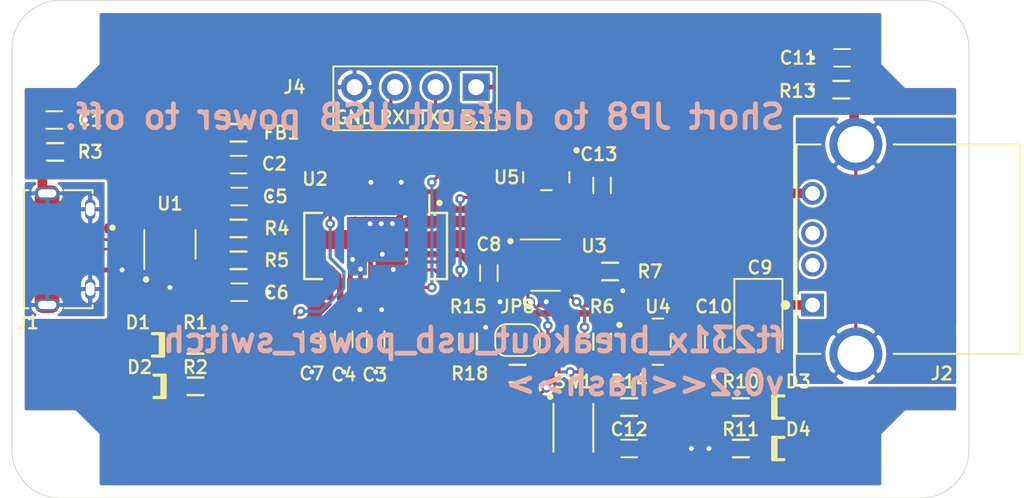
<source format=kicad_pcb>
(kicad_pcb (version 20171130) (host pcbnew 5.1.9-73d0e3b20d~88~ubuntu18.04.1)
  (title_block (title "ft231x breakout usb power switch") (date 2021-03-01) (rev 0.20))
  (layers (0 F.Cu signal) (31 B.Cu signal) (34 B.Paste user) (35 F.Paste user) (36 B.SilkS user hide) (37 F.SilkS user) (38 B.Mask user) (39 F.Mask user) (44 Edge.Cuts user))
  (net 0 "")
  (net 1 "Net-(C1-Pad1)")
  (net 2 GND)
  (net 3 "Net-(C5-Pad1)")
  (net 4 "Net-(C6-Pad1)")
  (net 5 +3V3)
  (net 6 "Net-(J2-Pad3)")
  (net 7 "Net-(J2-Pad2)")
  (net 8 "Net-(C9-Pad1)")
  (net 9 "Net-(R4-Pad1)")
  (net 10 "Net-(R5-Pad1)")
  (net 11 "Net-(R7-Pad1)")
  (net 12 /TXD)
  (net 13 /GPO)
  (net 14 /RXLED)
  (net 15 /TXLED)
  (net 16 /RXD)
  (net 17 "Net-(J1-Pad4)")
  (net 18 "Net-(D1-Pad1)")
  (net 19 "Net-(D2-Pad1)")
  (net 20 "Net-(D3-Pad1)")
  (net 21 "Net-(D4-Pad1)")
  (net 22 "Net-(D4-Pad2)")
  (net 23 /FAULT)
  (net 24 "Net-(U4-Pad1)")
  (net 25 "Net-(C11-Pad1)")
  (net 26 "Net-(R14-Pad1)")
  (net 27 /EN)
  (net 28 /STXD)
  (net 29 "Net-(JP8-Pad2)")
  (net 30 "Net-(C2-Pad1)")
  (net 31 "Net-(C3-Pad1)")
  (net 32 "Net-(U2-Pad9)")
  (net 33 "Net-(U2-Pad8)")
  (net 34 "Net-(U2-Pad7)")
  (net 35 "Net-(U2-Pad5)")
  (net 36 "Net-(U2-Pad2)")
  (net 37 "Net-(U2-Pad1)")
  (module -Connector:PinHeader_1x04_P2.54mm_Vertical_Arduino (layer F.Cu) (at 139.1 74.84 270)
    (fp_text reference J4 (at 0 11.4) (layer F.SilkS) (effects (font (size 0.8 0.8))))
    (fp_text value Conn_01x04 hide)
    (fp_text user 3.3 (at 1.9 0 unlocked) (layer F.SilkS) (effects (font (size 0.8 0.8))))
    (fp_text user RXI (at 1.9 5.08 unlocked) (layer F.SilkS) (effects (font (size 0.8 0.8))))
    (fp_text user TXO (at 1.9 2.54 unlocked) (layer F.SilkS) (effects (font (size 0.8 0.8))))
    (fp_text user GND (at 1.9 7.62 unlocked) (layer F.SilkS) (effects (font (size 0.8 0.8))))
    (pad 4 thru_hole oval (at 0 7.62 270) (size 1.7 1.7) (drill 1) (layers *.Cu *.Mask) (net 2 GND))
    (pad 3 thru_hole oval (at 0 5.08 270) (size 1.7 1.7) (drill 1) (layers *.Cu *.Mask) (net 16 /RXD))
    (pad 2 thru_hole oval (at 0 2.54 270) (size 1.7 1.7) (drill 1) (layers *.Cu *.Mask) (net 28 /STXD))
    (pad 1 thru_hole rect (at 0 0 270) (size 1.7 1.7) (drill 1) (layers *.Cu *.Mask) (net 5 +3V3))
  )
  (module -Mechanical:Fiducial_1mm_Mask2mm (layer F.Cu) (at 168.1 90.1)
    (fp_text reference FID2 hide)
    (fp_text value Fiducial hide)
    (pad "" smd circle (at 0 0) (size 1 1) (layers F.Cu F.Mask) (clearance 0.5))
  )
  (module -Mechanical:Fiducial_1mm_Mask2mm (layer F.Cu) (at 115.6 75)
    (fp_text reference FID1 hide)
    (fp_text value Fiducial hide)
    (pad "" smd circle (at 0 0) (size 1 1) (layers F.Cu F.Mask) (clearance 0.5))
  )
  (module -Discrete:LED_0603_1608Metric (layer F.Cu) (at 118 93.6 180)
    (fp_text reference D2 (at 0 1.2 180) (layer F.SilkS) (effects (font (size 0.8 0.8))))
    (fp_text value LED hide)
    (pad 1 smd roundrect (at -0.7875 0 180) (size 0.875 0.95) (layers F.Cu F.Paste F.Mask) (net 19 "Net-(D2-Pad1)"))
    (pad 2 smd roundrect (at 0.7875 0 180) (size 0.875 0.95) (layers F.Cu F.Paste F.Mask) (net 5 +3V3))
  )
  (module -Discrete:LED_0603_1608Metric (layer F.Cu) (at 117.9 91 180)
    (fp_text reference D1 (at 0 1.4 180) (layer F.SilkS) (effects (font (size 0.8 0.8))))
    (fp_text value LED hide)
    (pad 1 smd roundrect (at -0.7875 0 180) (size 0.875 0.95) (layers F.Cu F.Paste F.Mask) (net 18 "Net-(D1-Pad1)"))
    (pad 2 smd roundrect (at 0.7875 0 180) (size 0.875 0.95) (layers F.Cu F.Paste F.Mask) (net 5 +3V3))
  )
  (module -Discrete:LED_0603_1608Metric (layer F.Cu) (at 159.3 94.9)
    (fp_text reference D3 (at 0 -1.6) (layer F.SilkS) (effects (font (size 0.8 0.8))))
    (fp_text value LED hide)
    (pad 1 smd roundrect (at -0.7875 0) (size 0.875 0.95) (layers F.Cu F.Paste F.Mask) (net 20 "Net-(D3-Pad1)"))
    (pad 2 smd roundrect (at 0.7875 0) (size 0.875 0.95) (layers F.Cu F.Paste F.Mask) (net 27 /EN))
  )
  (module -Discrete:LED_0603_1608Metric (layer F.Cu) (at 159.3 97.5)
    (fp_text reference D4 (at 0 -1.2) (layer F.SilkS) (effects (font (size 0.8 0.8))))
    (fp_text value LED hide)
    (pad 1 smd roundrect (at -0.7875 0) (size 0.875 0.95) (layers F.Cu F.Paste F.Mask) (net 21 "Net-(D4-Pad1)"))
    (pad 2 smd roundrect (at 0.7875 0) (size 0.875 0.95) (layers F.Cu F.Paste F.Mask) (net 22 "Net-(D4-Pad2)"))
  )
  (module -Passive:R_0603 (layer F.Cu) (at 141.7 92.8)
    (fp_text reference R18 (at -3 0) (layer F.SilkS) (effects (font (size 0.8 0.8))))
    (fp_text value 1k)
    (pad 1 smd rect (at -0.8 0) (size 0.8 0.9) (layers F.Cu F.Paste F.Mask) (net 27 /EN))
    (pad 2 smd rect (at 0.8 0) (size 0.8 0.9) (layers F.Cu F.Paste F.Mask) (net 13 /GPO))
  )
  (module -Chip:SSOP-20_3.9x8.7mm_P0.635mm (layer F.Cu) (at 132.8 84.8 270)
    (fp_text reference U2 (at -4.2 3.8 180) (layer F.SilkS) (effects (font (size 0.8 0.8))))
    (fp_text value FT231XS)
    (pad 20 smd rect (at 2.7 -2.8575 270) (size 1.4 0.4) (layers F.Cu F.Paste F.Mask) (net 12 /TXD))
    (pad 19 smd rect (at 2.7 -2.2225 270) (size 1.4 0.4) (layers F.Cu F.Paste F.Mask) (net 23 /FAULT))
    (pad 18 smd rect (at 2.7 -1.5875 270) (size 1.4 0.4) (layers F.Cu F.Paste F.Mask) (net 13 /GPO))
    (pad 17 smd rect (at 2.7 -0.9525 270) (size 1.4 0.4) (layers F.Cu F.Paste F.Mask) (net 14 /RXLED))
    (pad 16 smd rect (at 2.7 -0.3175 270) (size 1.4 0.4) (layers F.Cu F.Paste F.Mask) (net 2 GND))
    (pad 15 smd rect (at 2.7 0.3175 270) (size 1.4 0.4) (layers F.Cu F.Paste F.Mask) (net 31 "Net-(C3-Pad1)"))
    (pad 14 smd rect (at 2.7 0.9525 270) (size 1.4 0.4) (layers F.Cu F.Paste F.Mask) (net 5 +3V3))
    (pad 13 smd rect (at 2.7 1.5875 270) (size 1.4 0.4) (layers F.Cu F.Paste F.Mask) (net 5 +3V3))
    (pad 12 smd rect (at 2.7 2.2225 270) (size 1.4 0.4) (layers F.Cu F.Paste F.Mask) (net 9 "Net-(R4-Pad1)"))
    (pad 11 smd rect (at 2.7 2.8575 270) (size 1.4 0.4) (layers F.Cu F.Paste F.Mask) (net 10 "Net-(R5-Pad1)"))
    (pad 10 smd rect (at -2.7 2.8575 270) (size 1.4 0.4) (layers F.Cu F.Paste F.Mask) (net 15 /TXLED))
    (pad 9 smd rect (at -2.7 2.2225 270) (size 1.4 0.4) (layers F.Cu F.Paste F.Mask) (net 32 "Net-(U2-Pad9)"))
    (pad 8 smd rect (at -2.7 1.5875 270) (size 1.4 0.4) (layers F.Cu F.Paste F.Mask) (net 33 "Net-(U2-Pad8)"))
    (pad 7 smd rect (at -2.7 0.9525 270) (size 1.4 0.4) (layers F.Cu F.Paste F.Mask) (net 34 "Net-(U2-Pad7)"))
    (pad 6 smd rect (at -2.7 0.3175 270) (size 1.4 0.4) (layers F.Cu F.Paste F.Mask) (net 2 GND))
    (pad 5 smd rect (at -2.7 -0.3175 270) (size 1.4 0.4) (layers F.Cu F.Paste F.Mask) (net 35 "Net-(U2-Pad5)"))
    (pad 4 smd rect (at -2.7 -0.9525 270) (size 1.4 0.4) (layers F.Cu F.Paste F.Mask) (net 16 /RXD))
    (pad 3 smd rect (at -2.7 -1.5875 270) (size 1.4 0.4) (layers F.Cu F.Paste F.Mask) (net 5 +3V3))
    (pad 2 smd rect (at -2.7 -2.2225 270) (size 1.4 0.4) (layers F.Cu F.Paste F.Mask) (net 36 "Net-(U2-Pad2)"))
    (pad 1 smd rect (at -2.7 -2.8575 270) (size 1.4 0.4) (layers F.Cu F.Paste F.Mask) (net 37 "Net-(U2-Pad1)"))
  )
  (module -Chip:SOT-23-6 (layer F.Cu) (at 143.45 86)
    (fp_text reference U3 (at 3.05 -1.2) (layer F.SilkS) (effects (font (size 0.8 0.8))))
    (fp_text value TPS2553DBVR hide)
    (pad 5 smd rect (at 1.255 0) (size 1.21 0.59) (layers F.Cu F.Paste F.Mask) (net 11 "Net-(R7-Pad1)"))
    (pad 6 smd rect (at 1.255 -0.95) (size 1.21 0.59) (layers F.Cu F.Paste F.Mask) (net 8 "Net-(C9-Pad1)"))
    (pad 4 smd rect (at 1.255 0.95) (size 1.21 0.59) (layers F.Cu F.Paste F.Mask) (net 23 /FAULT))
    (pad 3 smd rect (at -1.255 0.95) (size 1.21 0.59) (layers F.Cu F.Paste F.Mask) (net 27 /EN))
    (pad 2 smd rect (at -1.255 0) (size 1.21 0.59) (layers F.Cu F.Paste F.Mask) (net 2 GND))
    (pad 1 smd rect (at -1.255 -0.95) (size 1.21 0.59) (layers F.Cu F.Paste F.Mask) (net 31 "Net-(C3-Pad1)"))
  )
  (module -Chip:SOT-23-6 (layer F.Cu) (at 119.9 84.7 90)
    (fp_text reference U1 (at 2.55 0) (layer F.SilkS) (effects (font (size 0.8 0.8))))
    (fp_text value SRV05-4 hide)
    (pad 5 smd rect (at 1.255 0 90) (size 1.21 0.59) (layers F.Cu F.Paste F.Mask) (net 30 "Net-(C2-Pad1)"))
    (pad 6 smd rect (at 1.255 -0.95 90) (size 1.21 0.59) (layers F.Cu F.Paste F.Mask) (net 3 "Net-(C5-Pad1)"))
    (pad 4 smd rect (at 1.255 0.95 90) (size 1.21 0.59) (layers F.Cu F.Paste F.Mask) (net 3 "Net-(C5-Pad1)"))
    (pad 3 smd rect (at -1.255 0.95 90) (size 1.21 0.59) (layers F.Cu F.Paste F.Mask) (net 4 "Net-(C6-Pad1)"))
    (pad 2 smd rect (at -1.255 0 90) (size 1.21 0.59) (layers F.Cu F.Paste F.Mask) (net 2 GND))
    (pad 1 smd rect (at -1.255 -0.95 90) (size 1.21 0.59) (layers F.Cu F.Paste F.Mask) (net 4 "Net-(C6-Pad1)"))
  )
  (module -Switch:B3U-1000P (layer F.Cu) (at 145.2 96.2 270)
    (fp_text reference SW1 (at -2.9 0 180) (layer F.SilkS) (effects (font (size 0.8 0.8))))
    (fp_text value B3U-1000P hide)
    (pad 2 smd rect (at 1.7 0 270) (size 0.8 1.7) (layers F.Cu F.Paste F.Mask) (net 2 GND))
    (pad 1 smd rect (at -1.7 0 270) (size 0.8 1.7) (layers F.Cu F.Paste F.Mask) (net 26 "Net-(R14-Pad1)"))
  )
  (module -Chip:SOT-23-5 (layer F.Cu) (at 143.5 80.5 270)
    (fp_text reference U5 (at -0.005 2.485 180) (layer F.SilkS) (effects (font (size 0.8 0.8))))
    (fp_text value NC7SZ66M5X hide)
    (pad 5 smd rect (at 1.255 -0.95 270) (size 1.21 0.59) (layers F.Cu F.Paste F.Mask) (net 5 +3V3))
    (pad 4 smd rect (at 1.255 0.95 270) (size 1.21 0.59) (layers F.Cu F.Paste F.Mask) (net 27 /EN))
    (pad 3 smd rect (at -1.255 0.95 270) (size 1.21 0.59) (layers F.Cu F.Paste F.Mask) (net 2 GND))
    (pad 2 smd rect (at -1.255 0 270) (size 1.21 0.59) (layers F.Cu F.Paste F.Mask) (net 12 /TXD))
    (pad 1 smd rect (at -1.255 -0.95 270) (size 1.21 0.59) (layers F.Cu F.Paste F.Mask) (net 28 /STXD))
  )
  (module -Passive:R_0603 (layer F.Cu) (at 138.6 90.8 270)
    (fp_text reference R15 (at -2.2 0 180) (layer F.SilkS) (effects (font (size 0.8 0.8))))
    (fp_text value 10k)
    (pad 1 smd rect (at -0.8 0 270) (size 0.8 0.9) (layers F.Cu F.Paste F.Mask) (net 2 GND))
    (pad 2 smd rect (at 0.8 0 270) (size 0.8 0.9) (layers F.Cu F.Paste F.Mask) (net 29 "Net-(JP8-Pad2)"))
  )
  (module -Jumper:SolderJumper-2_P1.3mm_Un-Bridged_RoundedPad1.0x1.5mm (layer F.Cu) (at 141.7 90.7 180)
    (fp_text reference JP8 (at 0 2.1) (layer F.SilkS) (effects (font (size 0.8 0.8))))
    (fp_text value SolderJumper_2_Bridged_Alt hide)
    (pad 1 smd custom (at -0.65 0 180) (size 1 0.5) (layers F.Cu F.Mask) (net 27 /EN) (options (clearance outline) (anchor rect)) (primitives (gr_circle (center 0 0.25) (end 0.5 0.25) (width 0)) (gr_circle (center 0 -0.25) (end 0.5 -0.25) (width 0)) (gr_poly (pts (xy 0 -0.75) (xy 0.5 -0.75) (xy 0.5 0.75) (xy 0 0.75)) (width 0))))
    (pad 2 smd custom (at 0.65 0 180) (size 1 0.5) (layers F.Cu F.Mask) (net 29 "Net-(JP8-Pad2)") (options (clearance outline) (anchor rect)) (primitives (gr_circle (center 0 0.25) (end 0.5 0.25) (width 0)) (gr_circle (center 0 -0.25) (end 0.5 -0.25) (width 0)) (gr_poly (pts (xy 0 -0.75) (xy -0.5 -0.75) (xy -0.5 0.75) (xy 0 0.75)) (width 0))))
  )
  (module -Passive:C_0603 (layer F.Cu) (at 147 81 90)
    (fp_text reference C13 (at 1.95 -0.2 180) (layer F.SilkS) (effects (font (size 0.8 0.8))))
    (fp_text value 0.1uF)
    (pad 1 smd rect (at -0.75 0 90) (size 0.7 0.9) (layers F.Cu F.Paste F.Mask) (net 5 +3V3))
    (pad 2 smd rect (at 0.75 0 90) (size 0.7 0.9) (layers F.Cu F.Paste F.Mask) (net 2 GND))
  )
  (module -Passive:R_0603 (layer F.Cu) (at 148.7 94.9)
    (fp_text reference R14 (at 0 -1.6) (layer F.SilkS) (effects (font (size 0.8 0.8))))
    (fp_text value 1k)
    (pad 1 smd rect (at -0.8 0) (size 0.8 0.9) (layers F.Cu F.Paste F.Mask) (net 26 "Net-(R14-Pad1)"))
    (pad 2 smd rect (at 0.8 0) (size 0.8 0.9) (layers F.Cu F.Paste F.Mask) (net 27 /EN))
  )
  (module -Passive:C_0603 (layer F.Cu) (at 148.7 97.5 180)
    (fp_text reference C12 (at 0 1.2) (layer F.SilkS) (effects (font (size 0.8 0.8))))
    (fp_text value 0.1uF)
    (pad 1 smd rect (at -0.75 0 180) (size 0.7 0.9) (layers F.Cu F.Paste F.Mask) (net 27 /EN))
    (pad 2 smd rect (at 0.75 0 180) (size 0.7 0.9) (layers F.Cu F.Paste F.Mask) (net 2 GND))
  )
  (module -Chip:SOT-23-5 (layer F.Cu) (at 150.5 90.8)
    (fp_text reference U4 (at 0 -2.2) (layer F.SilkS) (effects (font (size 0.8 0.8))))
    (fp_text value SN74LVC1G04DBVR hide)
    (pad 5 smd rect (at 1.255 -0.95) (size 1.21 0.59) (layers F.Cu F.Paste F.Mask) (net 5 +3V3))
    (pad 4 smd rect (at 1.255 0.95) (size 1.21 0.59) (layers F.Cu F.Paste F.Mask) (net 22 "Net-(D4-Pad2)"))
    (pad 3 smd rect (at -1.255 0.95) (size 1.21 0.59) (layers F.Cu F.Paste F.Mask) (net 2 GND))
    (pad 2 smd rect (at -1.255 0) (size 1.21 0.59) (layers F.Cu F.Paste F.Mask) (net 23 /FAULT))
    (pad 1 smd rect (at -1.255 -0.95) (size 1.21 0.59) (layers F.Cu F.Paste F.Mask) (net 24 "Net-(U4-Pad1)"))
  )
  (module -Passive:R_0603 (layer F.Cu) (at 162 75)
    (fp_text reference R13 (at -2.75 0.085) (layer F.SilkS) (effects (font (size 0.8 0.8))))
    (fp_text value 10k)
    (pad 1 smd rect (at -0.8 0) (size 0.8 0.9) (layers F.Cu F.Paste F.Mask) (net 2 GND))
    (pad 2 smd rect (at 0.8 0) (size 0.8 0.9) (layers F.Cu F.Paste F.Mask) (net 25 "Net-(C11-Pad1)"))
  )
  (module -Passive:C_0603 (layer F.Cu) (at 162.05 73 180)
    (fp_text reference C11 (at 2.75 0) (layer F.SilkS) (effects (font (size 0.8 0.8))))
    (fp_text value 0.1uF)
    (pad 1 smd rect (at -0.75 0 180) (size 0.7 0.9) (layers F.Cu F.Paste F.Mask) (net 25 "Net-(C11-Pad1)"))
    (pad 2 smd rect (at 0.75 0 180) (size 0.7 0.9) (layers F.Cu F.Paste F.Mask) (net 2 GND))
  )
  (module -Passive:C_0603 (layer F.Cu) (at 154 90.75 270)
    (fp_text reference C10 (at -2.15 0 180) (layer F.SilkS) (effects (font (size 0.8 0.8))))
    (fp_text value 0.1uF)
    (pad 1 smd rect (at -0.75 0 270) (size 0.7 0.9) (layers F.Cu F.Paste F.Mask) (net 5 +3V3))
    (pad 2 smd rect (at 0.75 0 270) (size 0.7 0.9) (layers F.Cu F.Paste F.Mask) (net 2 GND))
  )
  (module -Connector:AMPHENOL_10118194-0001LF (layer F.Cu) (at 112.2 85 270)
    (fp_text reference J1 (at 4.6 1.2 180) (layer F.SilkS) (effects (font (size 0.8 0.8))))
    (fp_text value USB_B_Micro_ALT hide)
    (fp_poly (pts (xy -2.3 -0.78) (xy -2.3 0.775) (xy -3.4975 0.775) (xy -3.4975 0.575) (xy -3.485731 0.574662) (xy -3.472748 0.57364) (xy -3.459836 0.571941) (xy -3.447031 0.569567) (xy -3.434368 0.566527) (xy -3.421881 0.562828) (xy -3.409605 0.558481) (xy -3.397573 0.553497) (xy -3.385818 0.547891) (xy -3.374373 0.541677) (xy -3.363269 0.534872) (xy -3.352537 0.527496) (xy -3.342205 0.519567) (xy -3.332302 0.51111) (xy -3.322855 0.502145) (xy -3.31389 0.492698) (xy -3.305433 0.482795) (xy -3.297504 0.472463) (xy -3.290128 0.461731) (xy -3.283323 0.450627) (xy -3.277109 0.439182) (xy -3.271503 0.427427) (xy -3.266519 0.415395) (xy -3.262172 0.403119) (xy -3.258473 0.390632) (xy -3.255433 0.377969) (xy -3.253059 0.365164) (xy -3.25136 0.352252) (xy -3.250338 0.339269) (xy -3.25 0.325) (xy -3.25 0.315) (xy -3.25 -0.315) (xy -3.25 -0.325) (xy -3.250343 -0.338084) (xy -3.25137 -0.351132) (xy -3.253078 -0.364109) (xy -3.255463 -0.376978) (xy -3.258519 -0.389705) (xy -3.262236 -0.402254) (xy -3.266605 -0.414592) (xy -3.271614 -0.426684) (xy -3.277248 -0.438498) (xy -3.283494 -0.45) (xy -3.290332 -0.46116) (xy -3.297746 -0.471946) (xy -3.305714 -0.48233) (xy -3.314214 -0.492283) (xy -3.323223 -0.501777) (xy -3.332717 -0.510786) (xy -3.34267 -0.519286) (xy -3.353054 -0.527254) (xy -3.36384 -0.534668) (xy -3.375 -0.541506) (xy -3.386502 -0.547752) (xy -3.398316 -0.553386) (xy -3.410408 -0.558395) (xy -3.422746 -0.562764) (xy -3.435295 -0.566481) (xy -3.448022 -0.569537) (xy -3.460891 -0.571922) (xy -3.473868 -0.57363) (xy -3.486916 -0.574657) (xy -3.5 -0.575) (xy -3.513084 -0.574657) (xy -3.526132 -0.57363) (xy -3.539109 -0.571922) (xy -3.551978 -0.569537) (xy -3.564705 -0.566481) (xy -3.577254 -0.562764) (xy -3.589592 -0.558395) (xy -3.601684 -0.553386) (xy -3.613498 -0.547752) (xy -3.625 -0.541506) (xy -3.63616 -0.534668) (xy -3.646946 -0.527254) (xy -3.65733 -0.519286) (xy -3.667283 -0.510786) (xy -3.676777 -0.501777) (xy -3.685786 -0.492283) (xy -3.694286 -0.48233) (xy -3.702254 -0.471946) (xy -3.709668 -0.46116) (xy -3.716506 -0.45) (xy -3.722752 -0.438498) (xy -3.728386 -0.426684) (xy -3.733395 -0.414592) (xy -3.737764 -0.402254) (xy -3.741481 -0.389705) (xy -3.744537 -0.376978) (xy -3.746922 -0.364109) (xy -3.74863 -0.351132) (xy -3.749657 -0.338084) (xy -3.75 -0.325) (xy -3.75 0.325) (xy -3.749662 0.339269) (xy -3.74864 0.352252) (xy -3.746941 0.365164) (xy -3.744567 0.377969) (xy -3.741527 0.390632) (xy -3.737828 0.403119) (xy -3.733481 0.415395) (xy -3.728497 0.427427) (xy -3.722891 0.439182) (xy -3.716677 0.450627) (xy -3.709872 0.461731) (xy -3.702496 0.472463) (xy -3.694567 0.482795) (xy -3.68611 0.492698) (xy -3.677145 0.502145) (xy -3.667698 0.51111) (xy -3.657795 0.519567) (xy -3.647463 0.527496) (xy -3.636731 0.534872) (xy -3.625627 0.541677) (xy -3.614182 0.547891) (xy -3.602427 0.553497) (xy -3.590395 0.558481) (xy -3.578119 0.562828) (xy -3.565632 0.566527) (xy -3.552969 0.569567) (xy -3.540164 0.571941) (xy -3.527252 0.57364) (xy -3.514269 0.574662) (xy -3.5025 0.575) (xy -3.5025 0.775) (xy -3.527353 0.774318) (xy -3.553384 0.772269) (xy -3.579272 0.768861) (xy -3.604946 0.764103) (xy -3.630336 0.758007) (xy -3.655373 0.750591) (xy -3.679987 0.741875) (xy -3.704111 0.731882) (xy -3.727678 0.720641) (xy -3.750626 0.708182) (xy -3.77289 0.694538) (xy -3.794409 0.679748) (xy -3.815125 0.663853) (xy -3.83498 0.646895) (xy -3.853921 0.628921) (xy -3.871895 0.60998) (xy -3.888853 0.590125) (xy -3.904748 0.569409) (xy -3.919538 0.54789) (xy -3.933182 0.525626) (xy -3.945641 0.502678) (xy -3.956882 0.479111) (xy -3.966875 0.454987) (xy -3.975591 0.430373) (xy -3.983007 0.405336) (xy -3.989103 0.379946) (xy -3.993861 0.354272) (xy -3.997269 0.328384) (xy -3.999318 0.302353) (xy -4 0.275) (xy -4 -0.275) (xy -3.999315 -0.301168) (xy -3.997261 -0.327264) (xy -3.993844 -0.353217) (xy -3.989074 -0.378956) (xy -3.982963 -0.40441) (xy -3.975528 -0.429508) (xy -3.96679 -0.454184) (xy -3.956773 -0.478368) (xy -3.945503 -0.501995) (xy -3.933013 -0.525) (xy -3.919335 -0.54732) (xy -3.904508 -0.568893) (xy -3.888573 -0.58966) (xy -3.871572 -0.609565) (xy -3.853553 -0.628553) (xy -3.834565 -0.646572) (xy -3.81466 -0.663573) (xy -3.793893 -0.679508) (xy -3.77232 -0.694335) (xy -3.75 -0.708013) (xy -3.726995 -0.720503) (xy -3.703368 -0.731773) (xy -3.679184 -0.74179) (xy -3.654508 -0.750528) (xy -3.62941 -0.757963) (xy -3.603956 -0.764074) (xy -3.578217 -0.768844) (xy -3.552264 -0.772261) (xy -3.526168 -0.774315) (xy -3.5 -0.775) (xy -2.305 -0.775) (xy -2.305 -0.78) (xy -2.3 -0.78)) (layer F.Cu) (width 0.001))
    (fp_poly (pts (xy 2.3 0.78) (xy 2.3 -0.775) (xy 3.4975 -0.775) (xy 3.4975 -0.575) (xy 3.485731 -0.574662) (xy 3.472748 -0.57364) (xy 3.459836 -0.571941) (xy 3.447031 -0.569567) (xy 3.434368 -0.566527) (xy 3.421881 -0.562828) (xy 3.409605 -0.558481) (xy 3.397573 -0.553497) (xy 3.385818 -0.547891) (xy 3.374373 -0.541677) (xy 3.363269 -0.534872) (xy 3.352537 -0.527496) (xy 3.342205 -0.519567) (xy 3.332302 -0.51111) (xy 3.322855 -0.502145) (xy 3.31389 -0.492698) (xy 3.305433 -0.482795) (xy 3.297504 -0.472463) (xy 3.290128 -0.461731) (xy 3.283323 -0.450627) (xy 3.277109 -0.439182) (xy 3.271503 -0.427427) (xy 3.266519 -0.415395) (xy 3.262172 -0.403119) (xy 3.258473 -0.390632) (xy 3.255433 -0.377969) (xy 3.253059 -0.365164) (xy 3.25136 -0.352252) (xy 3.250338 -0.339269) (xy 3.25 -0.325) (xy 3.25 -0.315) (xy 3.25 0.315) (xy 3.25 0.325) (xy 3.250343 0.338084) (xy 3.25137 0.351132) (xy 3.253078 0.364109) (xy 3.255463 0.376978) (xy 3.258519 0.389705) (xy 3.262236 0.402254) (xy 3.266605 0.414592) (xy 3.271614 0.426684) (xy 3.277248 0.438498) (xy 3.283494 0.45) (xy 3.290332 0.46116) (xy 3.297746 0.471946) (xy 3.305714 0.48233) (xy 3.314214 0.492283) (xy 3.323223 0.501777) (xy 3.332717 0.510786) (xy 3.34267 0.519286) (xy 3.353054 0.527254) (xy 3.36384 0.534668) (xy 3.375 0.541506) (xy 3.386502 0.547752) (xy 3.398316 0.553386) (xy 3.410408 0.558395) (xy 3.422746 0.562764) (xy 3.435295 0.566481) (xy 3.448022 0.569537) (xy 3.460891 0.571922) (xy 3.473868 0.57363) (xy 3.486916 0.574657) (xy 3.5 0.575) (xy 3.513084 0.574657) (xy 3.526132 0.57363) (xy 3.539109 0.571922) (xy 3.551978 0.569537) (xy 3.564705 0.566481) (xy 3.577254 0.562764) (xy 3.589592 0.558395) (xy 3.601684 0.553386) (xy 3.613498 0.547752) (xy 3.625 0.541506) (xy 3.63616 0.534668) (xy 3.646946 0.527254) (xy 3.65733 0.519286) (xy 3.667283 0.510786) (xy 3.676777 0.501777) (xy 3.685786 0.492283) (xy 3.694286 0.48233) (xy 3.702254 0.471946) (xy 3.709668 0.46116) (xy 3.716506 0.45) (xy 3.722752 0.438498) (xy 3.728386 0.426684) (xy 3.733395 0.414592) (xy 3.737764 0.402254) (xy 3.741481 0.389705) (xy 3.744537 0.376978) (xy 3.746922 0.364109) (xy 3.74863 0.351132) (xy 3.749657 0.338084) (xy 3.75 0.325) (xy 3.75 -0.325) (xy 3.749662 -0.339269) (xy 3.74864 -0.352252) (xy 3.746941 -0.365164) (xy 3.744567 -0.377969) (xy 3.741527 -0.390632) (xy 3.737828 -0.403119) (xy 3.733481 -0.415395) (xy 3.728497 -0.427427) (xy 3.722891 -0.439182) (xy 3.716677 -0.450627) (xy 3.709872 -0.461731) (xy 3.702496 -0.472463) (xy 3.694567 -0.482795) (xy 3.68611 -0.492698) (xy 3.677145 -0.502145) (xy 3.667698 -0.51111) (xy 3.657795 -0.519567) (xy 3.647463 -0.527496) (xy 3.636731 -0.534872) (xy 3.625627 -0.541677) (xy 3.614182 -0.547891) (xy 3.602427 -0.553497) (xy 3.590395 -0.558481) (xy 3.578119 -0.562828) (xy 3.565632 -0.566527) (xy 3.552969 -0.569567) (xy 3.540164 -0.571941) (xy 3.527252 -0.57364) (xy 3.514269 -0.574662) (xy 3.5025 -0.575) (xy 3.5025 -0.775) (xy 3.527353 -0.774318) (xy 3.553384 -0.772269) (xy 3.579272 -0.768861) (xy 3.604946 -0.764103) (xy 3.630336 -0.758007) (xy 3.655373 -0.750591) (xy 3.679987 -0.741875) (xy 3.704111 -0.731882) (xy 3.727678 -0.720641) (xy 3.750626 -0.708182) (xy 3.77289 -0.694538) (xy 3.794409 -0.679748) (xy 3.815125 -0.663853) (xy 3.83498 -0.646895) (xy 3.853921 -0.628921) (xy 3.871895 -0.60998) (xy 3.888853 -0.590125) (xy 3.904748 -0.569409) (xy 3.919538 -0.54789) (xy 3.933182 -0.525626) (xy 3.945641 -0.502678) (xy 3.956882 -0.479111) (xy 3.966875 -0.454987) (xy 3.975591 -0.430373) (xy 3.983007 -0.405336) (xy 3.989103 -0.379946) (xy 3.993861 -0.354272) (xy 3.997269 -0.328384) (xy 3.999318 -0.302353) (xy 4 -0.275) (xy 4 0.275) (xy 3.999315 0.301168) (xy 3.997261 0.327264) (xy 3.993844 0.353217) (xy 3.989074 0.378956) (xy 3.982963 0.40441) (xy 3.975528 0.429508) (xy 3.96679 0.454184) (xy 3.956773 0.478368) (xy 3.945503 0.501995) (xy 3.933013 0.525) (xy 3.919335 0.54732) (xy 3.904508 0.568893) (xy 3.888573 0.58966) (xy 3.871572 0.609565) (xy 3.853553 0.628553) (xy 3.834565 0.646572) (xy 3.81466 0.663573) (xy 3.793893 0.679508) (xy 3.77232 0.694335) (xy 3.75 0.708013) (xy 3.726995 0.720503) (xy 3.703368 0.731773) (xy 3.679184 0.74179) (xy 3.654508 0.750528) (xy 3.62941 0.757963) (xy 3.603956 0.764074) (xy 3.578217 0.768844) (xy 3.552264 0.772261) (xy 3.526168 0.774315) (xy 3.5 0.775) (xy 2.305 0.775) (xy 2.305 0.78) (xy 2.3 0.78)) (layer F.Cu) (width 0.001))
    (pad 6 thru_hole oval (at 3.5 0 270) (size 0.775 1.55) (drill oval 0.5 1.15) (layers *.Cu *.Mask) (net 1 "Net-(C1-Pad1)"))
    (pad 6 smd rect (at 1 0 270) (size 1.5 1.55) (layers F.Cu F.Paste F.Mask) (net 1 "Net-(C1-Pad1)"))
    (pad 6 smd rect (at -1 0 270) (size 1.5 1.55) (layers F.Cu F.Paste F.Mask) (net 1 "Net-(C1-Pad1)"))
    (pad 6 thru_hole oval (at -3.5 0 270) (size 0.775 1.55) (drill oval 0.5 1.15) (layers *.Cu *.Mask) (net 1 "Net-(C1-Pad1)"))
    (pad 6 thru_hole oval (at 2.5 -2.7 270) (size 1.3 0.65) (drill oval 0.85 0.55) (layers *.Cu *.Mask) (net 1 "Net-(C1-Pad1)"))
    (pad 6 thru_hole oval (at -2.5 -2.7 270) (size 1.3 0.65) (drill oval 0.85 0.55) (layers *.Cu *.Mask) (net 1 "Net-(C1-Pad1)"))
    (pad 5 smd rect (at 1.3 -2.7 270) (size 0.4 1.35) (layers F.Cu F.Paste F.Mask) (net 2 GND))
    (pad 4 smd rect (at 0.65 -2.7 270) (size 0.4 1.35) (layers F.Cu F.Paste F.Mask) (net 17 "Net-(J1-Pad4)"))
    (pad 3 smd rect (at 0 -2.7 270) (size 0.4 1.35) (layers F.Cu F.Paste F.Mask) (net 4 "Net-(C6-Pad1)"))
    (pad 2 smd rect (at -0.65 -2.7 270) (size 0.4 1.35) (layers F.Cu F.Paste F.Mask) (net 3 "Net-(C5-Pad1)"))
    (pad 1 smd rect (at -1.3 -2.7 270) (size 0.4 1.35) (layers F.Cu F.Paste F.Mask) (net 30 "Net-(C2-Pad1)"))
  )
  (module -Connector:MountingHole_2.1mm (layer F.Cu) (at 167 97.6)
    (fp_text reference H4)
    (fp_text value MountingHole)
    (pad "" np_thru_hole circle (at 0 0) (size 2.1 2.1) (drill 2.1) (layers *.Cu *.Mask) (clearance 1.4))
  )
  (module -Connector:MountingHole_2.1mm (layer F.Cu) (at 113 97.6)
    (fp_text reference H3)
    (fp_text value MountingHole)
    (pad "" np_thru_hole circle (at 0 0) (size 2.1 2.1) (drill 2.1) (layers *.Cu *.Mask) (clearance 1.4))
  )
  (module -Connector:MountingHole_2.1mm (layer F.Cu) (at 167 72.4)
    (fp_text reference H2)
    (fp_text value MountingHole)
    (pad "" np_thru_hole circle (at 0 0) (size 2.1 2.1) (drill 2.1) (layers *.Cu *.Mask) (clearance 1.4))
  )
  (module -Connector:MountingHole_2.1mm (layer F.Cu) (at 113 72.4)
    (fp_text reference H1)
    (fp_text value MountingHole)
    (pad "" np_thru_hole circle (at 0 0) (size 2.1 2.1) (drill 2.1) (layers *.Cu *.Mask) (clearance 1.4))
  )
  (module -Discrete:EIA-3528-12_Kemet-T_DENSITY_MEDIUM (layer F.Cu) (at 156.8 89.5 270)
    (fp_text reference C9 (at -3.35 -0.1 180) (layer F.SilkS) (effects (font (size 0.8 0.8))))
    (fp_text value 150uF hide)
    (pad 2 smd roundrect (at 1.46 0 270) (size 1.8 2.35) (layers F.Cu F.Paste F.Mask) (roundrect_rratio 0.167) (net 2 GND))
    (pad 1 smd roundrect (at -1.46 0 270) (size 1.8 2.35) (layers F.Cu F.Paste F.Mask) (roundrect_rratio 0.167) (net 8 "Net-(C9-Pad1)"))
  )
  (module -Passive:R_0603 (layer F.Cu) (at 155.7 97.5 180)
    (fp_text reference R11 (at 0 1.2) (layer F.SilkS) (effects (font (size 0.8 0.8))))
    (fp_text value 1k)
    (pad 1 smd rect (at -0.8 0 180) (size 0.8 0.9) (layers F.Cu F.Paste F.Mask) (net 21 "Net-(D4-Pad1)"))
    (pad 2 smd rect (at 0.8 0 180) (size 0.8 0.9) (layers F.Cu F.Paste F.Mask) (net 2 GND))
  )
  (module -Passive:FB_0603 (layer F.Cu) (at 124.2 77.7)
    (fp_text reference FB1 (at 2.7 0) (layer F.SilkS) (effects (font (size 0.8 0.8))))
    (fp_text value BLM18PG330SN1D hide)
    (pad 1 smd rect (at -0.8 0) (size 0.8 0.9) (layers F.Cu F.Paste F.Mask) (net 30 "Net-(C2-Pad1)"))
    (pad 2 smd rect (at 0.8 0) (size 0.8 0.9) (layers F.Cu F.Paste F.Mask) (net 31 "Net-(C3-Pad1)"))
  )
  (module -Connector:TE_292303-1 (layer F.Cu) (at 160.2 85 90)
    (fp_text reference J2 (at -7.8 8.1 180) (layer F.SilkS) (effects (font (size 0.8 0.8))))
    (fp_text value USB_A_ALT hide)
    (pad 5 thru_hole circle (at 6.57 2.71 90) (size 3.316 3.316) (drill 2.3) (layers *.Cu *.Mask) (net 25 "Net-(C11-Pad1)"))
    (pad 5 thru_hole circle (at -6.57 2.71 90) (size 3.316 3.316) (drill 2.3) (layers *.Cu *.Mask) (net 25 "Net-(C11-Pad1)"))
    (pad 4 thru_hole circle (at 3.5 0 90) (size 1.428 1.428) (drill 0.92) (layers *.Cu *.Mask) (net 2 GND))
    (pad 3 thru_hole circle (at 1 0 90) (size 1.428 1.428) (drill 0.92) (layers *.Cu *.Mask) (net 6 "Net-(J2-Pad3)"))
    (pad 2 thru_hole circle (at -1 0 90) (size 1.428 1.428) (drill 0.92) (layers *.Cu *.Mask) (net 7 "Net-(J2-Pad2)"))
    (pad 1 thru_hole rect (at -3.5 0 90) (size 1.428 1.428) (drill 0.92) (layers *.Cu *.Mask) (net 8 "Net-(C9-Pad1)"))
  )
  (module -Passive:R_0603 (layer F.Cu) (at 155.7 94.9)
    (fp_text reference R10 (at 0 -1.6) (layer F.SilkS) (effects (font (size 0.8 0.8))))
    (fp_text value 1k)
    (pad 1 smd rect (at -0.8 0) (size 0.8 0.9) (layers F.Cu F.Paste F.Mask) (net 2 GND))
    (pad 2 smd rect (at 0.8 0) (size 0.8 0.9) (layers F.Cu F.Paste F.Mask) (net 20 "Net-(D3-Pad1)"))
  )
  (module -Passive:R_0603 (layer F.Cu) (at 147.5 86.4)
    (fp_text reference R7 (at 2.5 0) (layer F.SilkS) (effects (font (size 0.8 0.8))))
    (fp_text value 52k3)
    (pad 1 smd rect (at -0.8 0) (size 0.8 0.9) (layers F.Cu F.Paste F.Mask) (net 11 "Net-(R7-Pad1)"))
    (pad 2 smd rect (at 0.8 0) (size 0.8 0.9) (layers F.Cu F.Paste F.Mask) (net 2 GND))
  )
  (module -Passive:R_0603 (layer F.Cu) (at 147 90.8 270)
    (fp_text reference R6 (at -2.2 0 180) (layer F.SilkS) (effects (font (size 0.8 0.8))))
    (fp_text value 10k)
    (pad 1 smd rect (at -0.8 0 270) (size 0.8 0.9) (layers F.Cu F.Paste F.Mask) (net 5 +3V3))
    (pad 2 smd rect (at 0.8 0 270) (size 0.8 0.9) (layers F.Cu F.Paste F.Mask) (net 23 /FAULT))
  )
  (module -Passive:R_0603 (layer F.Cu) (at 124.2 85.7 180)
    (fp_text reference R5 (at -2.4 0) (layer F.SilkS) (effects (font (size 0.8 0.8))))
    (fp_text value 27R)
    (pad 1 smd rect (at -0.8 0 180) (size 0.8 0.9) (layers F.Cu F.Paste F.Mask) (net 10 "Net-(R5-Pad1)"))
    (pad 2 smd rect (at 0.8 0 180) (size 0.8 0.9) (layers F.Cu F.Paste F.Mask) (net 4 "Net-(C6-Pad1)"))
  )
  (module -Passive:R_0603 (layer F.Cu) (at 124.2 83.7 180)
    (fp_text reference R4 (at -2.4 0) (layer F.SilkS) (effects (font (size 0.8 0.8))))
    (fp_text value 27R)
    (pad 1 smd rect (at -0.8 0 180) (size 0.8 0.9) (layers F.Cu F.Paste F.Mask) (net 9 "Net-(R4-Pad1)"))
    (pad 2 smd rect (at 0.8 0 180) (size 0.8 0.9) (layers F.Cu F.Paste F.Mask) (net 3 "Net-(C5-Pad1)"))
  )
  (module -Passive:R_0603 (layer F.Cu) (at 112.7 78.9 180)
    (fp_text reference R3 (at -2.2 0) (layer F.SilkS) (effects (font (size 0.8 0.8))))
    (fp_text value 10k)
    (pad 1 smd rect (at -0.8 0 180) (size 0.8 0.9) (layers F.Cu F.Paste F.Mask) (net 2 GND))
    (pad 2 smd rect (at 0.8 0 180) (size 0.8 0.9) (layers F.Cu F.Paste F.Mask) (net 1 "Net-(C1-Pad1)"))
  )
  (module -Passive:R_0603 (layer F.Cu) (at 121.5 93.6 180)
    (fp_text reference R2 (at 0 1.2) (layer F.SilkS) (effects (font (size 0.8 0.8))))
    (fp_text value 1k)
    (pad 1 smd rect (at -0.8 0 180) (size 0.8 0.9) (layers F.Cu F.Paste F.Mask) (net 14 /RXLED))
    (pad 2 smd rect (at 0.8 0 180) (size 0.8 0.9) (layers F.Cu F.Paste F.Mask) (net 19 "Net-(D2-Pad1)"))
  )
  (module -Passive:R_0603 (layer F.Cu) (at 121.5 91 180)
    (fp_text reference R1 (at 0 1.4) (layer F.SilkS) (effects (font (size 0.8 0.8))))
    (fp_text value 1k)
    (pad 1 smd rect (at -0.8 0 180) (size 0.8 0.9) (layers F.Cu F.Paste F.Mask) (net 15 /TXLED))
    (pad 2 smd rect (at 0.8 0 180) (size 0.8 0.9) (layers F.Cu F.Paste F.Mask) (net 18 "Net-(D1-Pad1)"))
  )
  (module -Passive:C_0603 (layer F.Cu) (at 139.9 86.5 90)
    (fp_text reference C8 (at 1.8 0 180) (layer F.SilkS) (effects (font (size 0.8 0.8))))
    (fp_text value 0.1uF)
    (pad 1 smd rect (at -0.75 0 90) (size 0.7 0.9) (layers F.Cu F.Paste F.Mask) (net 2 GND))
    (pad 2 smd rect (at 0.75 0 90) (size 0.7 0.9) (layers F.Cu F.Paste F.Mask) (net 31 "Net-(C3-Pad1)"))
  )
  (module -Passive:C_0603 (layer F.Cu) (at 128.8 90.65 270)
    (fp_text reference C7 (at 2.15 0 180) (layer F.SilkS) (effects (font (size 0.8 0.8))))
    (fp_text value 0.1uF)
    (pad 1 smd rect (at -0.75 0 270) (size 0.7 0.9) (layers F.Cu F.Paste F.Mask) (net 5 +3V3))
    (pad 2 smd rect (at 0.75 0 270) (size 0.7 0.9) (layers F.Cu F.Paste F.Mask) (net 2 GND))
  )
  (module -Passive:C_0603 (layer F.Cu) (at 124.25 87.7)
    (fp_text reference C6 (at 2.325 0.025) (layer F.SilkS) (effects (font (size 0.8 0.8))))
    (fp_text value 47pF)
    (pad 1 smd rect (at -0.75 0) (size 0.7 0.9) (layers F.Cu F.Paste F.Mask) (net 4 "Net-(C6-Pad1)"))
    (pad 2 smd rect (at 0.75 0) (size 0.7 0.9) (layers F.Cu F.Paste F.Mask) (net 2 GND))
  )
  (module -Passive:C_0603 (layer F.Cu) (at 124.25 81.7)
    (fp_text reference C5 (at 2.25 0) (layer F.SilkS) (effects (font (size 0.8 0.8))))
    (fp_text value 47pF)
    (pad 1 smd rect (at -0.75 0) (size 0.7 0.9) (layers F.Cu F.Paste F.Mask) (net 3 "Net-(C5-Pad1)"))
    (pad 2 smd rect (at 0.75 0) (size 0.7 0.9) (layers F.Cu F.Paste F.Mask) (net 2 GND))
  )
  (module -Passive:C_0603 (layer F.Cu) (at 130.8 90.65 270)
    (fp_text reference C4 (at 2.225 0 180) (layer F.SilkS) (effects (font (size 0.8 0.8))))
    (fp_text value 4.7uF)
    (pad 1 smd rect (at -0.75 0 270) (size 0.7 0.9) (layers F.Cu F.Paste F.Mask) (net 31 "Net-(C3-Pad1)"))
    (pad 2 smd rect (at 0.75 0 270) (size 0.7 0.9) (layers F.Cu F.Paste F.Mask) (net 2 GND))
  )
  (module -Passive:C_0603 (layer F.Cu) (at 132.8 90.65 270)
    (fp_text reference C3 (at 2.225 0.05 180) (layer F.SilkS) (effects (font (size 0.8 0.8))))
    (fp_text value 0.1uF)
    (pad 1 smd rect (at -0.75 0 270) (size 0.7 0.9) (layers F.Cu F.Paste F.Mask) (net 31 "Net-(C3-Pad1)"))
    (pad 2 smd rect (at 0.75 0 270) (size 0.7 0.9) (layers F.Cu F.Paste F.Mask) (net 2 GND))
  )
  (module -Passive:C_0603 (layer F.Cu) (at 124.2 79.7)
    (fp_text reference C2 (at 2.25 -0.05) (layer F.SilkS) (effects (font (size 0.8 0.8))))
    (fp_text value 10nF)
    (pad 1 smd rect (at -0.75 0) (size 0.7 0.9) (layers F.Cu F.Paste F.Mask) (net 30 "Net-(C2-Pad1)"))
    (pad 2 smd rect (at 0.75 0) (size 0.7 0.9) (layers F.Cu F.Paste F.Mask) (net 2 GND))
  )
  (module -Passive:C_0603 (layer F.Cu) (at 112.65 76.9)
    (fp_text reference C1 (at 2.25 0) (layer F.SilkS) (effects (font (size 0.8 0.8))))
    (fp_text value 0.1uF)
    (pad 1 smd rect (at -0.75 0) (size 0.7 0.9) (layers F.Cu F.Paste F.Mask) (net 1 "Net-(C1-Pad1)"))
    (pad 2 smd rect (at 0.75 0) (size 0.7 0.9) (layers F.Cu F.Paste F.Mask) (net 2 GND))
  )
  (gr_text v0.2<<hash>> (at 158.6 93.4) (layer B.SilkS) (effects (font (size 1.5 1.5) (thickness 0.3)) (justify left mirror)))
  (gr_text "Short JP8 to default USB power to off." (at 158.6 76.7) (layer B.SilkS) (effects (font (size 1.5 1.5) (thickness 0.3)) (justify left mirror)))
  (gr_text ft231x_breakout_usb_power_switch (at 158.6 90.7) (layer B.SilkS) (effects (font (size 1.5 1.5) (thickness 0.3)) (justify left mirror)))
  (gr_line (start 113 100.6) (end 167 100.6) (layer Edge.Cuts) (width 0.05))
  (gr_arc (start 167 72.4) (end 170 72.4) (angle -90) (layer Edge.Cuts) (width 0.05))
  (gr_arc (start 113 72.4) (end 113 69.4) (angle -90) (layer Edge.Cuts) (width 0.05))
  (gr_arc (start 167 97.6) (end 167 100.6) (angle -90) (layer Edge.Cuts) (width 0.05))
  (gr_line (start 167 69.4) (end 113 69.4) (layer Edge.Cuts) (width 0.05))
  (gr_line (start 170 97.6) (end 170 72.4) (layer Edge.Cuts) (width 0.05))
  (gr_line (start 110 72.4) (end 110 97.6) (layer Edge.Cuts) (width 0.05))
  (gr_arc (start 113 97.6) (end 110 97.6) (angle -90) (layer Edge.Cuts) (width 0.05))
  (segment (start 112.2 82.0875) (end 112.2 81.5) (width 0.2) (layer F.Cu) (net 1))
  (segment (start 112.6125 82.5) (end 112.2 82.0875) (width 0.2) (layer F.Cu) (net 1))
  (segment (start 114.9 82.5) (end 112.6125 82.5) (width 0.2) (layer F.Cu) (net 1))
  (segment (start 114.375 87.5) (end 113.375 88.5) (width 0.2) (layer B.Cu) (net 1))
  (segment (start 114.9 87.5) (end 114.375 87.5) (width 0.2) (layer B.Cu) (net 1))
  (segment (start 113.375 88.5) (end 112.2 88.5) (width 0.2) (layer B.Cu) (net 1))
  (segment (start 112.2 88.5) (end 112.2 86) (width 0.2) (layer F.Cu) (net 1))
  (segment (start 112.2 86) (end 112.2 84) (width 0.2) (layer F.Cu) (net 1))
  (segment (start 112.2 84) (end 112.2 81.5) (width 0.2) (layer F.Cu) (net 1))
  (segment (start 111.9 76.9) (end 111.9 78.9) (width 0.6) (layer F.Cu) (net 1))
  (segment (start 111.9 81.2) (end 112.2 81.5) (width 0.6) (layer F.Cu) (net 1))
  (segment (start 111.9 78.9) (end 111.9 81.2) (width 0.6) (layer F.Cu) (net 1))
  (via (at 126.1 87.7) (size 0.6) (drill 0.3) (layers F.Cu B.Cu) (net 2))
  (segment (start 125 87.7) (end 126.1 87.7) (width 0.16) (layer F.Cu) (net 2))
  (via (at 126.2 81.7) (size 0.6) (drill 0.3) (layers F.Cu B.Cu) (net 2))
  (segment (start 125 81.7) (end 126.2 81.7) (width 0.16) (layer F.Cu) (net 2))
  (via (at 119.9 87.4) (size 0.6) (drill 0.3) (layers F.Cu B.Cu) (net 2))
  (segment (start 119.9 85.8) (end 119.9 87.4) (width 0.16) (layer F.Cu) (net 2))
  (via (at 128.8 92.7) (size 0.6) (drill 0.3) (layers F.Cu B.Cu) (net 2))
  (segment (start 128.8 91.4) (end 128.8 92.7) (width 0.2) (layer F.Cu) (net 2))
  (via (at 130.8 92.7) (size 0.6) (drill 0.3) (layers F.Cu B.Cu) (net 2))
  (segment (start 130.8 91.4) (end 130.8 92.7) (width 0.2) (layer F.Cu) (net 2))
  (via (at 132.8 92.7) (size 0.6) (drill 0.3) (layers F.Cu B.Cu) (net 2))
  (segment (start 132.8 91.4) (end 132.8 92.7) (width 0.2) (layer F.Cu) (net 2))
  (via (at 133.1775 88.8) (size 0.6) (drill 0.3) (layers F.Cu B.Cu) (net 2))
  (segment (start 133.1175 87.4) (end 133.1175 88.74) (width 0.2) (layer F.Cu) (net 2))
  (segment (start 133.1175 88.74) (end 133.1775 88.8) (width 0.2) (layer F.Cu) (net 2))
  (via (at 133.9 86.275) (size 0.6) (drill 0.3) (layers F.Cu B.Cu) (net 2))
  (segment (start 133.4425 86.275) (end 133.9 86.275) (width 0.2) (layer F.Cu) (net 2))
  (segment (start 133.1175 87.4) (end 133.1175 86.6) (width 0.2) (layer F.Cu) (net 2))
  (segment (start 133.1175 86.6) (end 133.4425 86.275) (width 0.2) (layer F.Cu) (net 2))
  (segment (start 124.95 81.65) (end 125 81.7) (width 0.16) (layer F.Cu) (net 2))
  (segment (start 124.95 79.7) (end 124.95 81.65) (width 0.16) (layer F.Cu) (net 2))
  (via (at 114.6 76.9) (size 0.6) (drill 0.3) (layers F.Cu B.Cu) (net 2))
  (segment (start 113.4 76.9) (end 114.6 76.9) (width 0.16) (layer F.Cu) (net 2))
  (via (at 114.6 78.9) (size 0.6) (drill 0.3) (layers F.Cu B.Cu) (net 2))
  (segment (start 113.5 78.9) (end 114.6 78.9) (width 0.16) (layer F.Cu) (net 2))
  (via (at 116.9 86.3) (size 0.6) (drill 0.3) (layers F.Cu B.Cu) (net 2))
  (segment (start 114.9 86.3) (end 116.9 86.3) (width 0.3) (layer F.Cu) (net 2))
  (via (at 160.2 73) (size 0.6) (drill 0.3) (layers F.Cu B.Cu) (net 2))
  (segment (start 161.3 73) (end 160.2 73) (width 0.3) (layer F.Cu) (net 2))
  (via (at 160.2 75) (size 0.6) (drill 0.3) (layers F.Cu B.Cu) (net 2))
  (segment (start 161.2 75) (end 160.2 75) (width 0.3) (layer F.Cu) (net 2))
  (segment (start 130.8 92.7) (end 131.5 92.7) (width 0.2) (layer B.Cu) (net 2))
  (via (at 131.8 88.8) (size 0.6) (drill 0.3) (layers F.Cu B.Cu) (net 2))
  (segment (start 131.5 92.7) (end 131.8 92.4) (width 0.2) (layer B.Cu) (net 2))
  (segment (start 131.8 92.4) (end 131.8 88.8) (width 0.2) (layer B.Cu) (net 2))
  (segment (start 145.2 97.9) (end 146.6 97.9) (width 0.2) (layer F.Cu) (net 2))
  (segment (start 147 97.5) (end 147.95 97.5) (width 0.2) (layer F.Cu) (net 2))
  (segment (start 146.6 97.9) (end 147 97.5) (width 0.2) (layer F.Cu) (net 2))
  (via (at 154 93) (size 0.6) (drill 0.3) (layers F.Cu B.Cu) (net 2))
  (segment (start 154 91.5) (end 154 93) (width 0.2) (layer F.Cu) (net 2))
  (segment (start 138.6 90) (end 139 90) (width 0.2) (layer F.Cu) (net 2))
  (via (at 140.6 88.3) (size 0.6) (drill 0.3) (layers F.Cu B.Cu) (net 2))
  (via (at 143.5 88.3) (size 0.6) (drill 0.3) (layers F.Cu B.Cu) (net 2))
  (segment (start 160.2 81.5) (end 160.1 81.4) (width 1) (layer F.Cu) (net 2))
  (segment (start 139.9 87.25) (end 139.9 88.1) (width 0.2) (layer F.Cu) (net 2))
  (segment (start 140.1 88.3) (end 140.6 88.3) (width 0.2) (layer F.Cu) (net 2))
  (segment (start 139.9 88.1) (end 140.1 88.3) (width 0.2) (layer F.Cu) (net 2))
  (segment (start 148.3 86.1) (end 148.2 86.1) (width 0.2) (layer F.Cu) (net 2))
  (segment (start 160.2 81.5) (end 158.7 81.5) (width 0.6) (layer F.Cu) (net 2))
  (segment (start 158.7 81.5) (end 158.2 81) (width 0.6) (layer F.Cu) (net 2))
  (segment (start 158.2 81) (end 158.2 76) (width 0.6) (layer F.Cu) (net 2))
  (segment (start 159.2 75) (end 160.2 75) (width 0.6) (layer F.Cu) (net 2))
  (segment (start 158.2 76) (end 159.2 75) (width 0.6) (layer F.Cu) (net 2))
  (segment (start 143.5 86.32) (end 143.5 88.3) (width 0.2) (layer F.Cu) (net 2))
  (segment (start 143.08 85.9) (end 143.5 86.32) (width 0.2) (layer F.Cu) (net 2))
  (segment (start 142.35 85.9) (end 143.08 85.9) (width 0.2) (layer F.Cu) (net 2))
  (via (at 148.3 87.6) (size 0.6) (drill 0.3) (layers F.Cu B.Cu) (net 2))
  (segment (start 148.3 86.4) (end 148.3 87.6) (width 0.2) (layer F.Cu) (net 2))
  (via (at 132.5 80.8) (size 0.6) (drill 0.3) (layers F.Cu B.Cu) (net 2))
  (segment (start 132.4825 82.1) (end 132.4825 80.8175) (width 0.2) (layer F.Cu) (net 2))
  (segment (start 132.4825 80.8175) (end 132.5 80.8) (width 0.2) (layer F.Cu) (net 2))
  (via (at 134.4 80.8) (size 0.6) (drill 0.3) (layers F.Cu B.Cu) (net 2))
  (segment (start 132.5 80.8) (end 134.4 80.8) (width 0.2) (layer B.Cu) (net 2))
  (via (at 139.7 89.9) (size 0.6) (drill 0.3) (layers F.Cu B.Cu) (net 2))
  (segment (start 138.6 90) (end 139.6 90) (width 0.2) (layer F.Cu) (net 2))
  (segment (start 139.6 90) (end 139.7 89.9) (width 0.2) (layer F.Cu) (net 2))
  (segment (start 118.95 84.29) (end 118.95 83.6) (width 0.16) (layer F.Cu) (net 3))
  (segment (start 118.95 84.29) (end 119.06 84.4) (width 0.16) (layer F.Cu) (net 3))
  (segment (start 120.74 84.4) (end 120.85 84.29) (width 0.16) (layer F.Cu) (net 3))
  (segment (start 120.85 84.29) (end 120.85 83.6) (width 0.16) (layer F.Cu) (net 3))
  (segment (start 119.06 84.4) (end 120.74 84.4) (width 0.16) (layer F.Cu) (net 3))
  (segment (start 120.85 84.29) (end 120.96 84.4) (width 0.16) (layer F.Cu) (net 3))
  (segment (start 120.96 84.4) (end 122.1 84.4) (width 0.16) (layer F.Cu) (net 3))
  (segment (start 122.8 83.7) (end 123.4 83.7) (width 0.16) (layer F.Cu) (net 3))
  (segment (start 122.1 84.4) (end 122.8 83.7) (width 0.16) (layer F.Cu) (net 3))
  (segment (start 123.5 83.6) (end 123.4 83.7) (width 0.16) (layer F.Cu) (net 3))
  (segment (start 123.5 81.7) (end 123.5 83.6) (width 0.16) (layer F.Cu) (net 3))
  (segment (start 118.8 84.4) (end 114.95 84.4) (width 0.16) (layer F.Cu) (net 3))
  (segment (start 114.95 84.4) (end 114.9 84.35) (width 0.16) (layer F.Cu) (net 3))
  (segment (start 118.95 84.29) (end 118.91 84.29) (width 0.16) (layer F.Cu) (net 3))
  (segment (start 118.91 84.29) (end 118.8 84.4) (width 0.16) (layer F.Cu) (net 3))
  (segment (start 118.84 85) (end 118.95 85.11) (width 0.16) (layer F.Cu) (net 4))
  (segment (start 118.95 85.11) (end 118.95 85.8) (width 0.16) (layer F.Cu) (net 4))
  (segment (start 114.9 85) (end 118.84 85) (width 0.16) (layer F.Cu) (net 4))
  (segment (start 118.95 85.11) (end 119.06 85) (width 0.16) (layer F.Cu) (net 4))
  (segment (start 120.85 85.11) (end 120.85 85.8) (width 0.16) (layer F.Cu) (net 4))
  (segment (start 120.74 85) (end 120.85 85.11) (width 0.16) (layer F.Cu) (net 4))
  (segment (start 119.06 85) (end 120.74 85) (width 0.16) (layer F.Cu) (net 4))
  (segment (start 123.4 87.6) (end 123.5 87.7) (width 0.16) (layer F.Cu) (net 4))
  (segment (start 123.4 85.7) (end 123.4 87.6) (width 0.16) (layer F.Cu) (net 4))
  (segment (start 122.7 85.7) (end 123.4 85.7) (width 0.16) (layer F.Cu) (net 4))
  (segment (start 122 85) (end 122.7 85.7) (width 0.16) (layer F.Cu) (net 4))
  (segment (start 120.85 85.11) (end 120.96 85) (width 0.16) (layer F.Cu) (net 4))
  (segment (start 120.96 85) (end 122 85) (width 0.16) (layer F.Cu) (net 4))
  (segment (start 131.2125 87.4) (end 131.8475 87.4) (width 0.3) (layer F.Cu) (net 5))
  (segment (start 129.55 89.9) (end 129.7 89.75) (width 0.3) (layer F.Cu) (net 5))
  (segment (start 128.8 89.9) (end 129.55 89.9) (width 0.3) (layer F.Cu) (net 5))
  (segment (start 129.7 89.75) (end 129.7 89.3) (width 0.3) (layer F.Cu) (net 5))
  (segment (start 129.7 89.3) (end 130.2 88.8) (width 0.3) (layer F.Cu) (net 5))
  (segment (start 131.2125 88.3) (end 131.2125 87.4) (width 0.3) (layer F.Cu) (net 5))
  (segment (start 130.7125 88.8) (end 131.2125 88.3) (width 0.3) (layer F.Cu) (net 5))
  (segment (start 130.2 88.8) (end 130.7125 88.8) (width 0.3) (layer F.Cu) (net 5))
  (via (at 133.85 83.4) (size 0.6) (drill 0.3) (layers F.Cu B.Cu) (net 5))
  (segment (start 134.3875 82.2) (end 134.3875 82.8625) (width 0.3) (layer F.Cu) (net 5))
  (segment (start 134.3875 82.8625) (end 133.85 83.4) (width 0.3) (layer F.Cu) (net 5))
  (via (at 133.15 83.4) (size 0.6) (drill 0.3) (layers F.Cu B.Cu) (net 5))
  (segment (start 133.85 83.4) (end 133.15 83.4) (width 0.3) (layer B.Cu) (net 5))
  (via (at 132.45 83.4) (size 0.6) (drill 0.3) (layers F.Cu B.Cu) (net 5))
  (segment (start 133.15 83.4) (end 132.45 83.4) (width 0.3) (layer F.Cu) (net 5))
  (segment (start 132.45 83.4) (end 131.85 83.4) (width 0.3) (layer B.Cu) (net 5))
  (via (at 131.85 86.25) (size 0.6) (drill 0.3) (layers F.Cu B.Cu) (net 5))
  (segment (start 131.85 87.3975) (end 131.8475 87.4) (width 0.3) (layer F.Cu) (net 5))
  (segment (start 131.85 86.25) (end 131.85 87.3975) (width 0.3) (layer F.Cu) (net 5))
  (via (at 131.35 85.65) (size 0.6) (drill 0.3) (layers F.Cu B.Cu) (net 5))
  (segment (start 131.2125 87.4) (end 131.2125 85.7875) (width 0.3) (layer F.Cu) (net 5))
  (segment (start 131.2125 85.7875) (end 131.35 85.65) (width 0.3) (layer F.Cu) (net 5))
  (segment (start 147 90) (end 146.95 90) (width 0.3) (layer F.Cu) (net 5))
  (segment (start 117.2125 92.9875) (end 117.2125 93.6) (width 0.3) (layer F.Cu) (net 5))
  (segment (start 117.9 92.3) (end 117.7 92.3) (width 0.3) (layer F.Cu) (net 5))
  (segment (start 117.1125 91.7125) (end 117.1125 91) (width 0.3) (layer F.Cu) (net 5))
  (segment (start 117.7 92.3) (end 117.1125 91.7125) (width 0.3) (layer F.Cu) (net 5))
  (segment (start 147 90) (end 147 89.6) (width 0.3) (layer F.Cu) (net 5))
  (via (at 133.216942 85.316942) (size 0.6) (drill 0.3) (layers F.Cu B.Cu) (net 5))
  (segment (start 133.183884 85.35) (end 133.216942 85.316942) (width 0.3) (layer B.Cu) (net 5))
  (segment (start 131.85 85.35) (end 133.183884 85.35) (width 0.3) (layer B.Cu) (net 5))
  (segment (start 131.85 85.35) (end 131.85 86.25) (width 0.3) (layer B.Cu) (net 5))
  (segment (start 131.85 83.4) (end 131.85 85.35) (width 0.3) (layer B.Cu) (net 5))
  (segment (start 136.429516 83.4) (end 133.85 83.4) (width 0.6) (layer F.Cu) (net 5))
  (segment (start 147 89.6) (end 147.6 89) (width 0.4) (layer F.Cu) (net 5))
  (segment (start 150.905 89) (end 151.755 89.85) (width 0.4) (layer F.Cu) (net 5))
  (segment (start 147.6 89) (end 150.905 89) (width 0.4) (layer F.Cu) (net 5))
  (segment (start 151.755 89.85) (end 151.755 89.845) (width 0.4) (layer F.Cu) (net 5))
  (segment (start 151.755 89.845) (end 152.6 89) (width 0.4) (layer F.Cu) (net 5))
  (segment (start 152.6 89) (end 153.7 89) (width 0.4) (layer F.Cu) (net 5))
  (segment (start 154 89.3) (end 154 90) (width 0.4) (layer F.Cu) (net 5))
  (segment (start 153.7 89) (end 154 89.3) (width 0.4) (layer F.Cu) (net 5))
  (segment (start 146.42501 89.02501) (end 147 89.6) (width 0.4) (layer F.Cu) (net 5))
  (segment (start 138.115944 85.316942) (end 138.8 86.000998) (width 0.4) (layer F.Cu) (net 5))
  (segment (start 138.8 86.000998) (end 138.8 87.9) (width 0.4) (layer F.Cu) (net 5))
  (segment (start 133.216942 85.316942) (end 138.115944 85.316942) (width 0.4) (layer F.Cu) (net 5))
  (segment (start 138.8 87.9) (end 139.924999 89.024999) (width 0.4) (layer F.Cu) (net 5))
  (segment (start 139.924999 89.024999) (end 145.675996 89.024999) (width 0.4) (layer F.Cu) (net 5))
  (segment (start 145.676009 89.02501) (end 146.42501 89.02501) (width 0.4) (layer F.Cu) (net 5))
  (segment (start 145.675996 89.024999) (end 145.676009 89.02501) (width 0.4) (layer F.Cu) (net 5))
  (segment (start 159.66 87.96) (end 160.2 88.5) (width 0.3) (layer F.Cu) (net 8))
  (segment (start 160.01 88.31) (end 160.2 88.5) (width 0.6) (layer F.Cu) (net 8))
  (segment (start 160.2 88.5) (end 157.14 88.5) (width 0.6) (layer F.Cu) (net 8))
  (segment (start 144.55 84.95) (end 155.65 84.95) (width 0.2) (layer F.Cu) (net 8))
  (segment (start 156.8 86.1) (end 156.8 88.04) (width 0.2) (layer F.Cu) (net 8))
  (segment (start 155.65 84.95) (end 156.8 86.1) (width 0.2) (layer F.Cu) (net 8))
  (segment (start 130.5775 86.64) (end 130.0375 86.1) (width 0.16) (layer F.Cu) (net 9))
  (segment (start 130.5775 87.4) (end 130.5775 86.64) (width 0.16) (layer F.Cu) (net 9))
  (segment (start 130.0375 86.1) (end 126.9 86.1) (width 0.16) (layer F.Cu) (net 9))
  (segment (start 126.9 86.1) (end 126.1 85.3) (width 0.16) (layer F.Cu) (net 9))
  (segment (start 126.1 85.3) (end 126.1 84) (width 0.16) (layer F.Cu) (net 9))
  (segment (start 125.8 83.7) (end 125 83.7) (width 0.16) (layer F.Cu) (net 9))
  (segment (start 126.1 84) (end 125.8 83.7) (width 0.16) (layer F.Cu) (net 9))
  (segment (start 125 85.7) (end 125.56 85.7) (width 0.16) (layer F.Cu) (net 10))
  (segment (start 129.9425 86.64) (end 129.83751 86.53501) (width 0.16) (layer F.Cu) (net 10))
  (segment (start 129.9425 87.4) (end 129.9425 86.64) (width 0.16) (layer F.Cu) (net 10))
  (segment (start 125.926225 85.7) (end 125.56 85.7) (width 0.16) (layer F.Cu) (net 10))
  (segment (start 126.761235 86.53501) (end 125.926225 85.7) (width 0.16) (layer F.Cu) (net 10))
  (segment (start 129.83751 86.53501) (end 126.761235 86.53501) (width 0.16) (layer F.Cu) (net 10))
  (segment (start 144.75 86.1) (end 144.55 85.9) (width 0.2) (layer F.Cu) (net 11))
  (segment (start 144.55 86) (end 145.3 86) (width 0.2) (layer F.Cu) (net 11))
  (segment (start 145.7 86.4) (end 146.7 86.4) (width 0.2) (layer F.Cu) (net 11))
  (segment (start 145.3 86) (end 145.7 86.4) (width 0.2) (layer F.Cu) (net 11))
  (via (at 136.325 87.4) (size 0.6) (drill 0.3) (layers F.Cu B.Cu) (net 12))
  (segment (start 135.6575 87.4) (end 136.325 87.4) (width 0.2) (layer F.Cu) (net 12))
  (via (at 136.325 80.8) (size 0.6) (drill 0.3) (layers F.Cu B.Cu) (net 12))
  (segment (start 136.325 80.8) (end 136.325 87.4) (width 0.2) (layer B.Cu) (net 12))
  (segment (start 133.7525 87.4) (end 133.7525 92.598502) (width 0.2) (layer F.Cu) (net 14))
  (via (at 128.1 88.9) (size 0.6) (drill 0.3) (layers F.Cu B.Cu) (net 15))
  (segment (start 128 88.9) (end 128.1 88.9) (width 0.2) (layer F.Cu) (net 15))
  (segment (start 128.1 88.9) (end 129.35 88.9) (width 0.2) (layer B.Cu) (net 15))
  (segment (start 129.35 88.9) (end 130.8 87.45) (width 0.2) (layer B.Cu) (net 15))
  (segment (start 130.8 87.45) (end 130.8 86.4) (width 0.2) (layer B.Cu) (net 15))
  (via (at 129.95 83.4) (size 0.6) (drill 0.3) (layers F.Cu B.Cu) (net 15))
  (segment (start 130.8 86.4) (end 129.95 85.55) (width 0.2) (layer B.Cu) (net 15))
  (segment (start 129.95 85.55) (end 129.95 83.4) (width 0.2) (layer B.Cu) (net 15))
  (segment (start 129.95 82.2075) (end 129.9425 82.2) (width 0.2) (layer F.Cu) (net 15))
  (segment (start 129.95 83.4) (end 129.95 82.2075) (width 0.2) (layer F.Cu) (net 15))
  (segment (start 135.049999 82.172501) (end 135.0225 82.2) (width 0.2) (layer F.Cu) (net 36))
  (segment (start 156.5 94.9) (end 158.5125 94.9) (width 0.2) (layer F.Cu) (net 20))
  (segment (start 156.5 97.5) (end 158.5125 97.5) (width 0.2) (layer F.Cu) (net 21))
  (segment (start 159.975 97.5) (end 160.4125 97.5) (width 0.2) (layer F.Cu) (net 22))
  (segment (start 160.0875 97.5) (end 160.0875 96.8875) (width 0.2) (layer F.Cu) (net 22))
  (segment (start 160.0875 96.8875) (end 159.4 96.2) (width 0.2) (layer F.Cu) (net 22))
  (via (at 145 92.7) (size 0.6) (drill 0.3) (layers F.Cu B.Cu) (net 23))
  (segment (start 147 92.5) (end 146.8 92.7) (width 0.2) (layer F.Cu) (net 23))
  (segment (start 146.8 92.7) (end 145 92.7) (width 0.2) (layer F.Cu) (net 23))
  (via (at 143.5 93.7) (size 0.6) (drill 0.3) (layers F.Cu B.Cu) (net 23))
  (segment (start 145 92.7) (end 144.5 92.7) (width 0.2) (layer B.Cu) (net 23))
  (segment (start 144.5 92.7) (end 143.5 93.7) (width 0.2) (layer B.Cu) (net 23))
  (segment (start 147 91.6) (end 147.2 91.6) (width 0.2) (layer F.Cu) (net 23))
  (segment (start 147.8 90.8) (end 147 91.6) (width 0.2) (layer F.Cu) (net 23))
  (segment (start 149.245 90.8) (end 147.8 90.8) (width 0.2) (layer F.Cu) (net 23))
  (segment (start 147 92.5) (end 147 91.6) (width 0.2) (layer F.Cu) (net 23))
  (via (at 145.4 88.3) (size 0.6) (drill 0.3) (layers F.Cu B.Cu) (net 23))
  (segment (start 145.4 88.3) (end 144.55 87.45) (width 0.2) (layer F.Cu) (net 23))
  (segment (start 145.9 91.15) (end 145.9 89.9) (width 0.2) (layer F.Cu) (net 23))
  (via (at 145.9 89.9) (size 0.6) (drill 0.3) (layers F.Cu B.Cu) (net 23))
  (segment (start 147 91.6) (end 146.35 91.6) (width 0.2) (layer F.Cu) (net 23))
  (segment (start 146.35 91.6) (end 145.9 91.15) (width 0.2) (layer F.Cu) (net 23))
  (segment (start 145.4 88.3) (end 145.9 88.8) (width 0.2) (layer B.Cu) (net 23))
  (segment (start 145.9 88.8) (end 145.9 89.9) (width 0.2) (layer B.Cu) (net 23))
  (segment (start 144.55 86.85) (end 144.55 87.45) (width 0.2) (layer F.Cu) (net 23))
  (segment (start 154 93) (end 154 94.5) (width 0.2) (layer F.Cu) (net 2))
  (segment (start 154.4 94.9) (end 154.9 94.9) (width 0.2) (layer F.Cu) (net 2))
  (segment (start 154 94.5) (end 154.4 94.9) (width 0.2) (layer F.Cu) (net 2))
  (via (at 153.7 97.5) (size 0.6) (drill 0.3) (layers F.Cu B.Cu) (net 2))
  (segment (start 154.9 97.5) (end 153.7 97.5) (width 0.2) (layer F.Cu) (net 2))
  (via (at 152.6 97.5) (size 0.6) (drill 0.3) (layers F.Cu B.Cu) (net 2))
  (segment (start 153.7 97.5) (end 152.6 97.5) (width 0.2) (layer B.Cu) (net 2))
  (segment (start 117.9 92.3) (end 117.2125 92.9875) (width 0.3) (layer F.Cu) (net 5))
  (segment (start 128.8 89.9) (end 128.2 89.9) (width 0.3) (layer F.Cu) (net 5))
  (segment (start 125.8 92.3) (end 117.9 92.3) (width 0.3) (layer F.Cu) (net 5))
  (segment (start 128.2 89.9) (end 125.8 92.3) (width 0.3) (layer F.Cu) (net 5))
  (segment (start 146.995 81.755) (end 147 81.75) (width 0.3) (layer F.Cu) (net 5))
  (segment (start 146 83.4) (end 146 78.4) (width 0.3) (layer F.Cu) (net 5))
  (segment (start 142.44 74.84) (end 139.1 74.84) (width 0.3) (layer F.Cu) (net 5))
  (segment (start 146 78.4) (end 142.44 74.84) (width 0.3) (layer F.Cu) (net 5))
  (segment (start 147 81.75) (end 147 82.9) (width 0.3) (layer F.Cu) (net 5))
  (segment (start 146.5 83.4) (end 146 83.4) (width 0.3) (layer F.Cu) (net 5))
  (segment (start 147 82.9) (end 146.5 83.4) (width 0.3) (layer F.Cu) (net 5))
  (segment (start 136.429516 83.4) (end 144.4 83.4) (width 0.2) (layer F.Cu) (net 5))
  (segment (start 144.45 83.35) (end 144.4 83.4) (width 0.3) (layer F.Cu) (net 5))
  (segment (start 144.45 81.755) (end 144.45 83.35) (width 0.3) (layer F.Cu) (net 5))
  (segment (start 144.4 83.4) (end 146 83.4) (width 0.2) (layer F.Cu) (net 5))
  (segment (start 143.5 80.05) (end 143.15 80.4) (width 0.2) (layer F.Cu) (net 12))
  (segment (start 143.5 79.245) (end 143.5 80.05) (width 0.2) (layer F.Cu) (net 12))
  (segment (start 136.725 80.4) (end 136.325 80.8) (width 0.2) (layer F.Cu) (net 12))
  (segment (start 143.15 80.4) (end 136.725 80.4) (width 0.2) (layer F.Cu) (net 12))
  (segment (start 142.5 93.7) (end 142.5 92.8) (width 0.2) (layer F.Cu) (net 13))
  (segment (start 140.2 93.9) (end 142.3 93.9) (width 0.2) (layer F.Cu) (net 13))
  (segment (start 139.6 93.3) (end 140.2 93.9) (width 0.2) (layer F.Cu) (net 13))
  (segment (start 142.3 93.9) (end 142.5 93.7) (width 0.2) (layer F.Cu) (net 13))
  (segment (start 137 92.5) (end 137.8 93.3) (width 0.2) (layer F.Cu) (net 13))
  (segment (start 137 88.5) (end 137 92.5) (width 0.2) (layer F.Cu) (net 13))
  (segment (start 134.3875 87.5) (end 134.3875 86.6) (width 0.2) (layer F.Cu) (net 13))
  (segment (start 137.4 86.5) (end 137.4 88.1) (width 0.2) (layer F.Cu) (net 13))
  (segment (start 134.3875 86.6) (end 135.1875 85.8) (width 0.2) (layer F.Cu) (net 13))
  (segment (start 135.1875 85.8) (end 136.7 85.8) (width 0.2) (layer F.Cu) (net 13))
  (segment (start 137.8 93.3) (end 139.6 93.3) (width 0.2) (layer F.Cu) (net 13))
  (segment (start 136.7 85.8) (end 137.4 86.5) (width 0.2) (layer F.Cu) (net 13))
  (segment (start 137.4 88.1) (end 137 88.5) (width 0.2) (layer F.Cu) (net 13))
  (segment (start 132.4825 88.2) (end 132.4825 87.4) (width 0.2) (layer F.Cu) (net 31))
  (segment (start 132.4825 89.0325) (end 132.4825 88.2) (width 0.2) (layer F.Cu) (net 31))
  (segment (start 132.8 89.35) (end 132.4825 89.0325) (width 0.2) (layer F.Cu) (net 31))
  (segment (start 132.8 89.9) (end 132.8 89.35) (width 0.2) (layer F.Cu) (net 31))
  (segment (start 132.15 89.9) (end 130.8 89.9) (width 0.2) (layer F.Cu) (net 31))
  (segment (start 132.8 89.9) (end 132.15 89.9) (width 0.2) (layer F.Cu) (net 31))
  (segment (start 132.4825 87.4) (end 132.4825 85.1675) (width 0.3) (layer F.Cu) (net 31))
  (segment (start 132.4825 85.1675) (end 133.1 84.55) (width 0.3) (layer F.Cu) (net 31))
  (segment (start 139.9 84.7) (end 139.75 84.55) (width 0.3) (layer F.Cu) (net 31))
  (segment (start 133.1 84.55) (end 139.75 84.55) (width 0.3) (layer F.Cu) (net 31))
  (segment (start 142.35 84.95) (end 142.35 84.25) (width 0.3) (layer F.Cu) (net 31))
  (segment (start 142.35 84.25) (end 142.2 84.1) (width 0.3) (layer F.Cu) (net 31))
  (segment (start 140.5 84.1) (end 139.9 84.7) (width 0.3) (layer F.Cu) (net 31))
  (segment (start 142.2 84.1) (end 140.5 84.1) (width 0.3) (layer F.Cu) (net 31))
  (segment (start 139.95 84.95) (end 139.9 85) (width 0.3) (layer F.Cu) (net 31))
  (segment (start 142.35 84.95) (end 139.95 84.95) (width 0.3) (layer F.Cu) (net 31))
  (segment (start 139.9 85.75) (end 139.9 85) (width 0.3) (layer F.Cu) (net 31))
  (segment (start 139.9 85) (end 139.9 84.7) (width 0.3) (layer F.Cu) (net 31))
  (segment (start 162.91 80.774766) (end 162.91 91.57) (width 0.2) (layer F.Cu) (net 25))
  (segment (start 162.91 78.43) (end 162.91 80.774766) (width 0.2) (layer F.Cu) (net 25))
  (segment (start 162.8 78.32) (end 162.91 78.43) (width 0.6) (layer F.Cu) (net 25))
  (segment (start 162.8 75) (end 162.8 78.32) (width 0.6) (layer F.Cu) (net 25))
  (segment (start 162.8 75) (end 162.8 73) (width 0.6) (layer F.Cu) (net 25))
  (via (at 142.5 88.3) (size 0.6) (drill 0.3) (layers F.Cu B.Cu) (net 27))
  (segment (start 142.35 88.15) (end 142.5 88.3) (width 0.2) (layer F.Cu) (net 27))
  (segment (start 142.35 86.85) (end 142.35 88.15) (width 0.2) (layer F.Cu) (net 27))
  (via (at 143.6 89.8) (size 0.6) (drill 0.3) (layers F.Cu B.Cu) (net 27))
  (segment (start 143.6 89.4) (end 142.5 88.3) (width 0.2) (layer B.Cu) (net 27))
  (segment (start 143.6 89.8) (end 143.6 89.4) (width 0.2) (layer B.Cu) (net 27))
  (segment (start 145.6 94.9) (end 145.2 94.5) (width 0.2) (layer F.Cu) (net 26))
  (segment (start 147.9 94.9) (end 145.6 94.9) (width 0.2) (layer F.Cu) (net 26))
  (segment (start 160.0875 94.9) (end 160.0875 94.425) (width 0.2) (layer F.Cu) (net 27))
  (segment (start 149.5 97.45) (end 149.45 97.5) (width 0.2) (layer F.Cu) (net 27))
  (segment (start 149.5 94.9) (end 149.5 97.45) (width 0.2) (layer F.Cu) (net 27))
  (segment (start 160.0875 94.9) (end 160.2 94.9) (width 0.2) (layer F.Cu) (net 27))
  (segment (start 149.5 94.9) (end 148 93.4) (width 0.2) (layer F.Cu) (net 27))
  (segment (start 160.0875 95.5875) (end 160.0875 94.9) (width 0.2) (layer F.Cu) (net 27))
  (segment (start 149.45 97.5) (end 149.45 98.15) (width 0.2) (layer F.Cu) (net 27))
  (segment (start 150.1 98.8) (end 160.5 98.8) (width 0.2) (layer F.Cu) (net 27))
  (segment (start 161.1 98.2) (end 161.1 96.6) (width 0.2) (layer F.Cu) (net 27))
  (segment (start 161.1 96.6) (end 160.0875 95.5875) (width 0.2) (layer F.Cu) (net 27))
  (segment (start 149.45 98.15) (end 150.1 98.8) (width 0.2) (layer F.Cu) (net 27))
  (segment (start 160.5 98.8) (end 161.1 98.2) (width 0.2) (layer F.Cu) (net 27))
  (via (at 138.1 86.3) (size 0.6) (drill 0.3) (layers F.Cu B.Cu) (net 27))
  (segment (start 138.1 82) (end 138.1 86.3) (width 0.2) (layer B.Cu) (net 27))
  (via (at 138.1 81.85) (size 0.6) (drill 0.3) (layers F.Cu B.Cu) (net 27))
  (segment (start 138.15 81.8) (end 138.1 81.85) (width 0.2) (layer F.Cu) (net 27))
  (segment (start 140.9 92.8) (end 140.9 92.6) (width 0.2) (layer F.Cu) (net 27))
  (segment (start 148 93.4) (end 144.6 93.4) (width 0.2) (layer F.Cu) (net 27))
  (segment (start 144.6 93.4) (end 144.3 93.1) (width 0.2) (layer F.Cu) (net 27))
  (segment (start 138.1 92.8) (end 140.9 92.8) (width 0.2) (layer F.Cu) (net 27))
  (segment (start 137.6 88.8) (end 137.6 92.3) (width 0.2) (layer F.Cu) (net 27))
  (segment (start 138.1 86.3) (end 138.1 88.3) (width 0.2) (layer F.Cu) (net 27))
  (segment (start 137.6 92.3) (end 138.1 92.8) (width 0.2) (layer F.Cu) (net 27))
  (segment (start 138.1 88.3) (end 137.6 88.8) (width 0.2) (layer F.Cu) (net 27))
  (segment (start 143.4 90.7) (end 142.35 90.7) (width 0.2) (layer F.Cu) (net 27))
  (segment (start 142.35 90.7) (end 142.35 91.65) (width 0.2) (layer F.Cu) (net 27))
  (segment (start 142.35 91.65) (end 142.1 91.9) (width 0.2) (layer F.Cu) (net 27))
  (segment (start 142.1 91.9) (end 141.1 91.9) (width 0.2) (layer F.Cu) (net 27))
  (segment (start 140.9 92.1) (end 140.9 92.8) (width 0.2) (layer F.Cu) (net 27))
  (segment (start 141.1 91.9) (end 140.9 92.1) (width 0.2) (layer F.Cu) (net 27))
  (segment (start 139.5 90.7) (end 138.6 91.6) (width 0.2) (layer F.Cu) (net 29))
  (segment (start 141.05 90.7) (end 139.5 90.7) (width 0.2) (layer F.Cu) (net 29))
  (segment (start 132.751002 93.6) (end 133.7525 92.598502) (width 0.2) (layer F.Cu) (net 14))
  (segment (start 122.3 93.6) (end 132.751002 93.6) (width 0.2) (layer F.Cu) (net 14))
  (segment (start 126 91) (end 128.1 88.9) (width 0.2) (layer F.Cu) (net 15))
  (segment (start 122.3 91) (end 126 91) (width 0.2) (layer F.Cu) (net 15))
  (segment (start 133.7525 75.1075) (end 134.02 74.84) (width 0.2) (layer F.Cu) (net 16))
  (segment (start 133.7525 82.1) (end 133.7525 75.1075) (width 0.2) (layer F.Cu) (net 16))
  (segment (start 118.6875 91) (end 120.7 91) (width 0.2) (layer F.Cu) (net 18))
  (segment (start 118.7875 93.6) (end 120.7 93.6) (width 0.2) (layer F.Cu) (net 19))
  (segment (start 159.4 96.2) (end 152.5 96.2) (width 0.2) (layer F.Cu) (net 22))
  (segment (start 151.755 95.455) (end 151.755 91.75) (width 0.2) (layer F.Cu) (net 22))
  (segment (start 152.5 96.2) (end 151.755 95.455) (width 0.2) (layer F.Cu) (net 22))
  (segment (start 135.3225 86.3) (end 135.0225 86.6) (width 0.2) (layer F.Cu) (net 23))
  (segment (start 136.5 86.3) (end 135.3225 86.3) (width 0.2) (layer F.Cu) (net 23))
  (segment (start 136.900001 87.676001) (end 136.9 86.7) (width 0.2) (layer F.Cu) (net 23))
  (segment (start 136.4 88.176002) (end 136.900001 87.676001) (width 0.2) (layer F.Cu) (net 23))
  (segment (start 135.0225 86.6) (end 135.0225 87.5) (width 0.2) (layer F.Cu) (net 23))
  (segment (start 136.9 86.7) (end 136.5 86.3) (width 0.2) (layer F.Cu) (net 23))
  (segment (start 136.4 92.6) (end 136.4 88.176002) (width 0.2) (layer F.Cu) (net 23))
  (segment (start 139.2 93.8) (end 137.6 93.8) (width 0.2) (layer F.Cu) (net 23))
  (segment (start 137.6 93.8) (end 136.4 92.6) (width 0.2) (layer F.Cu) (net 23))
  (segment (start 143.5 93.7) (end 142.8 94.4) (width 0.2) (layer F.Cu) (net 23))
  (segment (start 139.8 94.4) (end 139.2 93.8) (width 0.2) (layer F.Cu) (net 23))
  (segment (start 142.8 94.4) (end 139.8 94.4) (width 0.2) (layer F.Cu) (net 23))
  (segment (start 143.6 90.5) (end 143.4 90.7) (width 0.2) (layer F.Cu) (net 27))
  (segment (start 143.6 89.8) (end 143.6 90.5) (width 0.2) (layer F.Cu) (net 27))
  (segment (start 144.3 91.6) (end 143.4 90.7) (width 0.2) (layer F.Cu) (net 27))
  (segment (start 144.3 93.1) (end 144.3 91.6) (width 0.2) (layer F.Cu) (net 27))
  (segment (start 138.195 81.755) (end 138.1 81.85) (width 0.2) (layer F.Cu) (net 27))
  (segment (start 142.55 81.755) (end 138.195 81.755) (width 0.2) (layer F.Cu) (net 27))
  (segment (start 144.45 79.245) (end 144.45 78.35) (width 0.2) (layer F.Cu) (net 28))
  (segment (start 144.45 78.35) (end 144 77.9) (width 0.2) (layer F.Cu) (net 28))
  (segment (start 144 77.9) (end 137.6 77.9) (width 0.2) (layer F.Cu) (net 28))
  (segment (start 136.56 76.86) (end 136.56 74.84) (width 0.2) (layer F.Cu) (net 28))
  (segment (start 137.6 77.9) (end 136.56 76.86) (width 0.2) (layer F.Cu) (net 28))
  (zone (net 30) (net_name "Net-(C2-Pad1)") (layer F.Cu) (priority 9) (connect_pads (clearance 0.000001)) (min_thickness 0.16) (fill yes (arc_segments 32) (thermal_gap 0.25) (thermal_bridge_width 0.25))
    (polygon (pts (xy 124.1 80.7) (xy 121.1 80.7) (xy 121.1 84) (xy 114.2 84) (xy 114.2 83.4) (xy 116 83.4) (xy 116 76.6) (xy 124.1 76.6)))
  )
  (zone (net 5) (net_name +3V3) (layer B.Cu) (priority 3) (connect_pads (clearance 0.000001)) (min_thickness 0.16) (fill yes (arc_segments 32) (thermal_gap 0.25) (thermal_bridge_width 0.25))
    (polygon (pts (xy 134.65 83.45) (xy 134.65 83.65) (xy 134.65 85.8) (xy 132.25 85.8) (xy 132.25 86.65) (xy 131 86.65) (xy 131 83.05) (xy 134.65 83.05)))
  )
  (zone (net 25) (net_name "Net-(C11-Pad1)") (layer F.Cu) (priority 5) (connect_pads (clearance 0.000001)) (min_thickness 0.16) (fill yes (arc_segments 32) (thermal_gap 0.25) (thermal_bridge_width 0.25))
    (polygon (pts (xy 169.2 93.45) (xy 159.15 93.45) (xy 159.15 76.75) (xy 169.2 76.75)))
  )
  (zone (net 25) (net_name "Net-(C11-Pad1)") (layer B.Cu) (priority 4) (connect_pads (clearance 0.000001)) (min_thickness 0.16) (fill yes (arc_segments 32) (thermal_gap 0.25) (thermal_bridge_width 0.25))
    (polygon (pts (xy 169.2 93.45) (xy 159.15 93.45) (xy 159.15 76.75) (xy 169.2 76.75)))
  )
  (zone (net 1) (net_name "Net-(C1-Pad1)") (layer F.Cu) (priority 4) (connect_pads (clearance 0.000001)) (min_thickness 0.16) (fill yes (arc_segments 32) (thermal_gap 0.25) (thermal_bridge_width 0.25))
    (polygon (pts (xy 115.8 89.2) (xy 110.8 89.2) (xy 110.8 80.8) (xy 115.8 80.8)))
  )
  (zone (net 1) (net_name "Net-(C1-Pad1)") (layer B.Cu) (priority 9) (connect_pads (clearance 0.000001)) (min_thickness 0.16) (fill yes (arc_segments 32) (thermal_gap 0.25) (thermal_bridge_width 0.25))
    (polygon (pts (xy 115.8 89.2) (xy 110.8 89.2) (xy 110.8 80.8) (xy 115.8 80.8)))
  )
  (zone (net 0) (net_name "") (layers F&B.Cu) (connect_pads (clearance 0.000001)) (min_thickness 0.254)
    (keepout (tracks not_allowed) (vias not_allowed) (copperpour not_allowed))
    (fill (arc_segments 32) (thermal_gap 0.508) (thermal_bridge_width 0.508))
    (polygon (pts (xy 115.5 73.4) (xy 114 74.9) (xy 110 74.9) (xy 110 69.4) (xy 115.5 69.45)))
  )
  (zone (net 0) (net_name "") (layers F&B.Cu) (connect_pads (clearance 0.000001)) (min_thickness 0.254)
    (keepout (tracks not_allowed) (vias not_allowed) (copperpour not_allowed))
    (fill (arc_segments 32) (thermal_gap 0.508) (thermal_bridge_width 0.508))
    (polygon (pts (xy 115.5 96.6) (xy 115.5 100.6) (xy 110 100.6) (xy 110 95.1) (xy 114 95.1)))
  )
  (zone (net 0) (net_name "") (layers F&B.Cu) (connect_pads (clearance 0.000001)) (min_thickness 0.254)
    (keepout (tracks not_allowed) (vias not_allowed) (copperpour not_allowed))
    (fill (arc_segments 32) (thermal_gap 0.508) (thermal_bridge_width 0.508))
    (polygon (pts (xy 170 74.9) (xy 166 74.9) (xy 164.5 73.4) (xy 164.5 69.4) (xy 170 69.4)))
  )
  (zone (net 0) (net_name "") (layers F&B.Cu) (connect_pads (clearance 0.000001)) (min_thickness 0.254)
    (keepout (tracks not_allowed) (vias not_allowed) (copperpour not_allowed))
    (fill (arc_segments 32) (thermal_gap 0.508) (thermal_bridge_width 0.508))
    (polygon (pts (xy 170 100.6) (xy 164.5 100.6) (xy 164.5 96.6) (xy 166 95.1) (xy 170 95.1)))
  )
  (zone (net 31) (net_name "Net-(C3-Pad1)") (layer F.Cu) (priority 2) (connect_pads (clearance 0.000001)) (min_thickness 0.16) (fill yes (arc_segments 32) (thermal_gap 0.25) (thermal_bridge_width 0.25))
    (polygon (pts (xy 128.9 83.8) (xy 136.8 83.8) (xy 143 83.8) (xy 143 85) (xy 126.6 85) (xy 126.6 78.7) (xy 124.3 78.7) (xy 124.3 76.6) (xy 128.3 76.6) (xy 128.9 77.2)))
  )
  (zone (net 2) (net_name GND) (layer B.Cu) (connect_pads (clearance 0.000001)) (min_thickness 0.16) (fill yes (arc_segments 32) (thermal_gap 0.25) (thermal_bridge_width 0.25))
    (polygon (pts (xy 169.2 99.8) (xy 110.8 99.8) (xy 110.8 70.2) (xy 169.2 70.2)))
  )
  (zone (net 2) (net_name GND) (layer F.Cu) (connect_pads (clearance 0.000001)) (min_thickness 0.16) (fill yes (arc_segments 32) (thermal_gap 0.25) (thermal_bridge_width 0.25))
    (polygon (pts (xy 169.2 99.8) (xy 110.8 99.8) (xy 110.8 70.2) (xy 169.2 70.2)))
  )
  (zone (net 8) (net_name "Net-(C9-Pad1)") (layer F.Cu) (priority 2) (connect_pads (clearance 0.000001)) (min_thickness 0.16) (fill yes (arc_segments 32) (thermal_gap 0.25) (thermal_bridge_width 0.25))
    (polygon (pts (xy 157.5 88.5) (xy 148.9 88.5) (xy 148.9 85.7) (xy 143.8 85.7) (xy 143.8 83.8) (xy 157.5 83.8)))
  )
  (zone (net 5) (net_name +3V3) (layer F.Cu) (priority 1) (connect_pads (clearance 0.000001)) (min_thickness 0.16) (fill yes (arc_segments 32) (thermal_gap 0.25) (thermal_bridge_width 0.25))
    (polygon (pts (xy 146.5 83.7) (xy 131 83.7) (xy 131 82.9) (xy 146.5 82.9)))
  )
)
</source>
